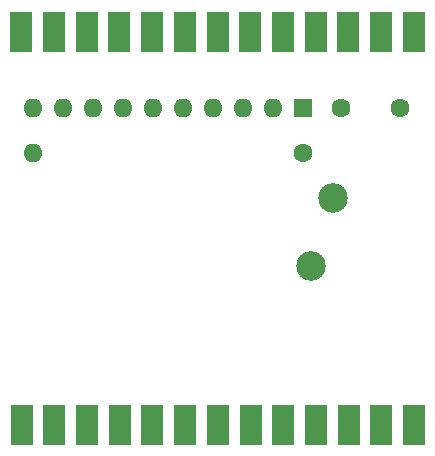
<source format=gbr>
G04 #@! TF.GenerationSoftware,KiCad,Pcbnew,8.0.4*
G04 #@! TF.CreationDate,2025-03-14T11:46:41-03:00*
G04 #@! TF.ProjectId,generic_8_bit_audio_dac,67656e65-7269-4635-9f38-5f6269745f61,rev?*
G04 #@! TF.SameCoordinates,Original*
G04 #@! TF.FileFunction,Soldermask,Top*
G04 #@! TF.FilePolarity,Negative*
%FSLAX46Y46*%
G04 Gerber Fmt 4.6, Leading zero omitted, Abs format (unit mm)*
G04 Created by KiCad (PCBNEW 8.0.4) date 2025-03-14 11:46:41*
%MOMM*%
%LPD*%
G01*
G04 APERTURE LIST*
%ADD10C,1.600000*%
%ADD11O,1.600000X1.600000*%
%ADD12R,1.600000X1.600000*%
%ADD13R,1.846667X3.480000*%
%ADD14C,2.500000*%
G04 APERTURE END LIST*
D10*
X143510000Y-77470000D03*
D11*
X120650000Y-77470000D03*
D12*
X143510000Y-73660000D03*
D11*
X140970000Y-73660000D03*
X138430000Y-73660000D03*
X135890000Y-73660000D03*
X133350000Y-73660000D03*
X130810000Y-73660000D03*
X128270000Y-73660000D03*
X125730000Y-73660000D03*
X123190000Y-73660000D03*
X120650000Y-73660000D03*
D13*
X152915001Y-100457000D03*
X150145001Y-100457000D03*
X147375001Y-100457000D03*
X144605001Y-100457000D03*
X141835001Y-100457000D03*
X139065001Y-100457000D03*
X136295001Y-100457000D03*
X133525001Y-100457000D03*
X130755001Y-100457000D03*
X127985001Y-100457000D03*
X125215001Y-100457000D03*
X122445001Y-100457000D03*
X119675001Y-100457000D03*
X119651000Y-67183000D03*
X122421000Y-67183000D03*
X125191000Y-67183000D03*
X127961000Y-67183000D03*
X130731000Y-67183000D03*
X133501000Y-67183000D03*
X136271000Y-67183000D03*
X139041000Y-67183000D03*
X141811000Y-67183000D03*
X144581000Y-67183000D03*
X147351000Y-67183000D03*
X150121000Y-67183000D03*
X152891000Y-67183000D03*
D10*
X146685000Y-73660000D03*
X151685000Y-73660000D03*
D14*
X146050000Y-81280000D03*
X144145000Y-86995000D03*
M02*

</source>
